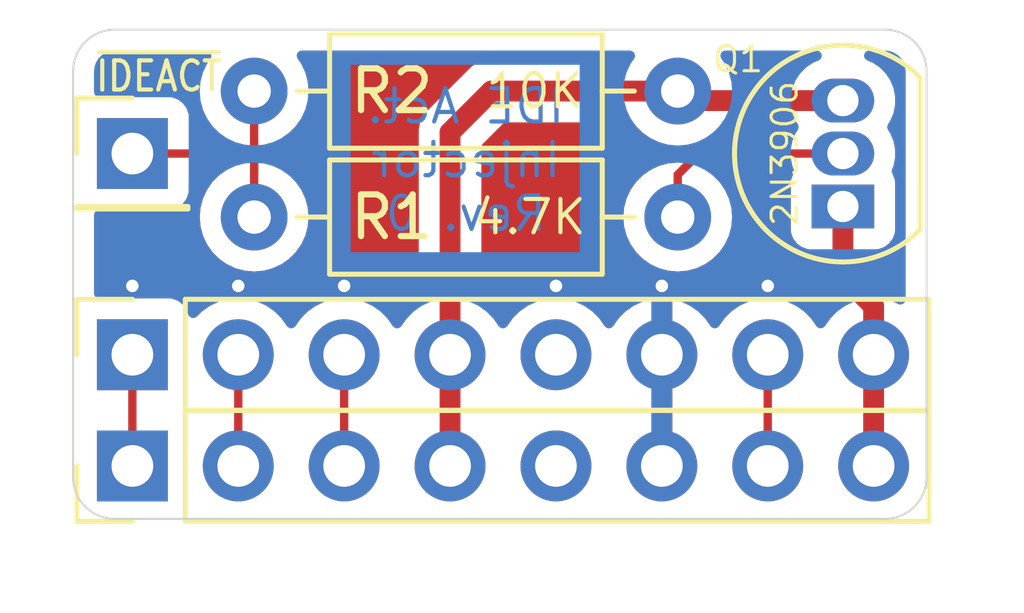
<source format=kicad_pcb>
(kicad_pcb (version 20240108) (generator "pcbnew") (generator_version "8.0")
  (layers (0 "F.Cu" signal) (31 "B.Cu" signal) (34 "B.Paste" user) (35 "F.Paste" user) (36 "B.SilkS" user "B.Silkscreen") (37 "F.SilkS" user "F.Silkscreen") (38 "B.Mask" user) (39 "F.Mask" user) (44 "Edge.Cuts" user))
  (net 0 "")
  (net 1 "VCC")
  (net 2 "Net-(J1-Pin_2)")
  (net 3 "GND")
  (net 4 "Net-(J1-Pin_3)")
  (net 5 "Net-(J1-Pin_7)")
  (net 6 "Net-(J1-Pin_1)")
  (net 8 "/INUSE")
  (net 10 "Net-(J3-Pin_1)")
  (net 11 "Net-(Q1-B)")
  (footprint "Resistor_THT:R_Axial_DIN0207_L6.3mm_D2.5mm_P10.16mm_Horizontal" (layer "F.Cu") (at 105.156 25.527)
    (property "Reference" "R1" (at 3.302 0 0) (layer "F.SilkS"))
    (property "Value" "4.7K" (at 6.604 0 0) (layer "F.SilkS") (effects (font (size 0.8 0.8) (thickness 0.1))))
    (fp_line (start 1.04 0) (end 1.81 0) (stroke (width 0.12)) (layer "F.SilkS"))
    (fp_line (start 1.81 -1.37) (end 1.81 1.37) (stroke (width 0.12)) (layer "F.SilkS"))
    (fp_line (start 1.81 1.37) (end 8.35 1.37) (stroke (width 0.12)) (layer "F.SilkS"))
    (fp_line (start 8.35 -1.37) (end 1.81 -1.37) (stroke (width 0.12)) (layer "F.SilkS"))
    (fp_line (start 8.35 1.37) (end 8.35 -1.37) (stroke (width 0.12)) (layer "F.SilkS"))
    (fp_line (start 9.12 0) (end 8.35 0) (stroke (width 0.12)) (layer "F.SilkS"))
    (pad "1" thru_hole circle (at 0 0) (size 1.6 1.6) (drill 0.8) (layers "*.Cu" "*.Mask") (net 10 "Net-(J3-Pin_1)"))
    (pad "2" thru_hole oval (at 10.16 0) (size 1.6 1.6) (drill 0.8) (layers "*.Cu" "*.Mask") (net 11 "Net-(Q1-B)"))
  )
  (footprint "Connector_PinHeader_2.54mm:PinHeader_1x01_P2.54mm_Vertical" (layer "F.Cu") (at 102.235 24.003)
    (property "Reference" "J3" (hide yes))
    (property "Value" "~{IDE_ACTIVITY}" (hide yes))
    (fp_line (start -1.33 -1.33) (end 0 -1.33) (stroke (width 0.12)) (layer "F.SilkS"))
    (fp_line (start -1.33 0) (end -1.33 -1.33) (stroke (width 0.12)) (layer "F.SilkS"))
    (fp_line (start -1.33 1.27) (end -1.33 1.33) (stroke (width 0.12)) (layer "F.SilkS"))
    (fp_line (start -1.33 1.27) (end 1.33 1.27) (stroke (width 0.12)) (layer "F.SilkS"))
    (fp_line (start -1.33 1.33) (end 1.33 1.33) (stroke (width 0.12)) (layer "F.SilkS"))
    (fp_line (start 1.33 1.27) (end 1.33 1.33) (stroke (width 0.12)) (layer "F.SilkS"))
    (pad "1" thru_hole rect (at 0 0) (size 1.7 1.7) (drill 1) (layers "*.Cu" "*.Mask") (net 10 "Net-(J3-Pin_1)"))
  )
  (footprint "Resistor_THT:R_Axial_DIN0207_L6.3mm_D2.5mm_P10.16mm_Horizontal" (layer "F.Cu") (at 115.316 22.5044 180)
    (property "Reference" "R2" (at 6.858 0 0) (layer "F.SilkS"))
    (property "Value" "10K" (at 3.429 0 0) (layer "F.SilkS") (effects (font (size 0.8 0.8) (thickness 0.1))))
    (fp_line (start 9.12 0) (end 8.35 0) (stroke (width 0.12)) (layer "F.SilkS"))
    (fp_line (start 8.35 1.37) (end 8.35 -1.37) (stroke (width 0.12)) (layer "F.SilkS"))
    (fp_line (start 8.35 -1.37) (end 1.81 -1.37) (stroke (width 0.12)) (layer "F.SilkS"))
    (fp_line (start 1.81 1.37) (end 8.35 1.37) (stroke (width 0.12)) (layer "F.SilkS"))
    (fp_line (start 1.81 -1.37) (end 1.81 1.37) (stroke (width 0.12)) (layer "F.SilkS"))
    (fp_line (start 1.04 0) (end 1.81 0) (stroke (width 0.12)) (layer "F.SilkS"))
    (pad "1" thru_hole circle (at 0 0 180) (size 1.6 1.6) (drill 0.8) (layers "*.Cu" "*.Mask") (net 1 "VCC"))
    (pad "2" thru_hole oval (at 10.16 0 180) (size 1.6 1.6) (drill 0.8) (layers "*.Cu" "*.Mask") (net 10 "Net-(J3-Pin_1)"))
  )
  (footprint "Package_TO_SOT_THT:TO-92_Inline" (layer "F.Cu") (at 119.2784 25.273 90)
    (property "Reference" "Q1" (at 3.5306 -2.5146 180) (layer "F.SilkS") (effects (font (size 0.6 0.6) (thickness 0.075))))
    (property "Value" "2N3906" (at 1.27 -1.397 90) (layer "F.SilkS") (effects (font (size 0.6 0.6) (thickness 0.075))))
    (fp_line (start -0.53 1.85) (end 3.07 1.85) (stroke (width 0.12)) (layer "F.SilkS"))
    (fp_arc (start 1.27 -2.6) (mid 3.672087 -0.994977) (end 3.108478 1.838478) (stroke (width 0.12)) (layer "F.SilkS"))
    (fp_arc (start -0.568478 1.838478) (mid -1.132087 -0.994977) (end 1.27 -2.6) (stroke (width 0.12)) (layer "F.SilkS"))
    (pad "1" thru_hole rect (at 0 0 90) (size 1.05 1.5) (drill 0.75) (layers "*.Cu" "*.Mask") (net 8 "/INUSE"))
    (pad "2" thru_hole oval (at 1.27 0 90) (size 1.05 1.5) (drill 0.75) (layers "*.Cu" "*.Mask") (net 11 "Net-(Q1-B)"))
    (pad "3" thru_hole oval (at 2.54 0 90) (size 1.05 1.5) (drill 0.75) (layers "*.Cu" "*.Mask") (net 1 "VCC"))
  )
  (footprint "Connector_PinSocket_2.54mm:PinSocket_1x08_P2.54mm_Vertical" (layer "F.Cu") (at 102.235 28.829 90)
    (property "Reference" "J1" (hide yes))
    (property "Value" "Motherboard")
    (fp_line (start 1.33 -1.33) (end 1.33 0) (stroke (width 0.12)) (layer "F.SilkS"))
    (fp_line (start 0 -1.33) (end 1.33 -1.33) (stroke (width 0.12)) (layer "F.SilkS"))
    (fp_line (start 1.33 1.27) (end 1.33 19.11) (stroke (width 0.12)) (layer "F.SilkS"))
    (fp_line (start -1.33 1.27) (end 1.33 1.27) (stroke (width 0.12)) (layer "F.SilkS"))
    (fp_line (start -1.33 1.27) (end -1.33 19.11) (stroke (width 0.12)) (layer "F.SilkS"))
    (fp_line (start -1.33 19.11) (end 1.33 19.11) (stroke (width 0.12)) (layer "F.SilkS"))
    (pad "1" thru_hole rect (at 0 0 90) (size 1.7 1.7) (drill 1) (layers "*.Cu" "*.Mask") (net 6 "Net-(J1-Pin_1)"))
    (pad "2" thru_hole oval (at 0 2.54 90) (size 1.7 1.7) (drill 1) (layers "*.Cu" "*.Mask") (net 2 "Net-(J1-Pin_2)"))
    (pad "3" thru_hole oval (at 0 5.08 90) (size 1.7 1.7) (drill 1) (layers "*.Cu" "*.Mask") (net 4 "Net-(J1-Pin_3)"))
    (pad "4" thru_hole oval (at 0 7.62 90) (size 1.7 1.7) (drill 1) (layers "*.Cu" "*.Mask") (net 1 "VCC"))
    (pad "5" thru_hole oval (at 0 10.16 90) (size 1.7 1.7) (drill 1) (layers "*.Cu" "*.Mask"))
    (pad "6" thru_hole oval (at 0 12.7 90) (size 1.7 1.7) (drill 1) (layers "*.Cu" "*.Mask") (net 3 "GND"))
    (pad "7" thru_hole oval (at 0 15.24 90) (size 1.7 1.7) (drill 1) (layers "*.Cu" "*.Mask") (net 5 "Net-(J1-Pin_7)"))
    (pad "8" thru_hole oval (at 0 17.78 90) (size 1.7 1.7) (drill 1) (layers "*.Cu" "*.Mask") (net 8 "/INUSE"))
  )
  (footprint "Connector_PinHeader_2.54mm:PinHeader_1x08_P2.54mm_Vertical" (layer "F.Cu") (at 102.235 31.496 90)
    (property "Reference" "J2" (hide yes))
    (property "Value" "Keyboard")
    (fp_line (start -1.33 -1.33) (end 0 -1.33) (stroke (width 0.12)) (layer "F.SilkS"))
    (fp_line (start -1.33 0) (end -1.33 -1.33) (stroke (width 0.12)) (layer "F.SilkS"))
    (fp_line (start 1.33 1.27) (end 1.33 19.11) (stroke (width 0.12)) (layer "F.SilkS"))
    (fp_line (start -1.33 1.27) (end 1.33 1.27) (stroke (width 0.12)) (layer "F.SilkS"))
    (fp_line (start -1.33 1.27) (end -1.33 19.11) (stroke (width 0.12)) (layer "F.SilkS"))
    (fp_line (start -1.33 19.11) (end 1.33 19.11) (stroke (width 0.12)) (layer "F.SilkS"))
    (pad "1" thru_hole rect (at 0 0 90) (size 1.7 1.7) (drill 1) (layers "*.Cu" "*.Mask") (net 6 "Net-(J1-Pin_1)"))
    (pad "2" thru_hole oval (at 0 2.54 90) (size 1.7 1.7) (drill 1) (layers "*.Cu" "*.Mask") (net 2 "Net-(J1-Pin_2)"))
    (pad "3" thru_hole oval (at 0 5.08 90) (size 1.7 1.7) (drill 1) (layers "*.Cu" "*.Mask") (net 4 "Net-(J1-Pin_3)"))
    (pad "4" thru_hole oval (at 0 7.62 90) (size 1.7 1.7) (drill 1) (layers "*.Cu" "*.Mask") (net 1 "VCC"))
    (pad "5" thru_hole oval (at 0 10.16 90) (size 1.7 1.7) (drill 1) (layers "*.Cu" "*.Mask"))
    (pad "6" thru_hole oval (at 0 12.7 90) (size 1.7 1.7) (drill 1) (layers "*.Cu" "*.Mask") (net 3 "GND"))
    (pad "7" thru_hole oval (at 0 15.24 90) (size 1.7 1.7) (drill 1) (layers "*.Cu" "*.Mask") (net 5 "Net-(J1-Pin_7)"))
    (pad "8" thru_hole oval (at 0 17.78 90) (size 1.7 1.7) (drill 1) (layers "*.Cu" "*.Mask") (net 8 "/INUSE"))
  )
  (gr_arc (start 120.285 21.0312) (mid 120.992107 21.324093) (end 121.285 22.0312) (stroke (width 0.05)) (layer "Edge.Cuts"))
  (gr_line (start 100.8142 31.766) (end 100.8142 22.0312) (stroke (width 0.05)) (layer "Edge.Cuts"))
  (gr_arc (start 100.8142 22.0312) (mid 101.107093 21.324093) (end 101.8142 21.0312) (stroke (width 0.05)) (layer "Edge.Cuts"))
  (gr_line (start 121.285 22.0312) (end 121.285 31.766) (stroke (width 0.05)) (layer "Edge.Cuts"))
  (gr_line (start 101.8142 21.0312) (end 120.285 21.0312) (stroke (width 0.05)) (layer "Edge.Cuts"))
  (gr_arc (start 101.8142 32.766) (mid 101.107093 32.473107) (end 100.8142 31.766) (stroke (width 0.05)) (layer "Edge.Cuts"))
  (gr_line (start 120.285 32.766) (end 101.8142 32.766) (stroke (width 0.05)) (layer "Edge.Cuts"))
  (gr_arc (start 121.285 31.766) (mid 120.992107 32.473107) (end 120.285 32.766) (stroke (width 0.05)) (layer "Edge.Cuts"))
  (gr_text "IDE Act.\nInjector\nRev. 0" (at 110.236 24.157 0) (layer "B.Cu") (effects (font (size 0.8 0.8) (thickness 0.1)) (justify mirror)))
  (gr_text "~{IDEACT}" (at 102.87 22.1488 0) (layer "F.SilkS") (effects (font (size 0.7 0.6) (thickness 0.1))))
  (segment (start 119.2784 22.733) (end 115.5446 22.733) (width 0.5) (layer "F.Cu") (net 1))
  (segment (start 119.253 22.479) (end 119.507 22.733) (width 0.5) (layer "F.Cu") (net 1))
  (segment (start 115.316 22.5044) (end 110.8456 22.5044) (width 0.5) (layer "F.Cu") (net 1))
  (segment (start 109.855 28.829) (end 109.855 31.496) (width 0.5) (layer "F.Cu") (net 1))
  (segment (start 119.0244 22.479) (end 119.2784 22.733) (width 0.5) (layer "F.Cu") (net 1))
  (segment (start 110.8456 22.5044) (end 109.855 23.495) (width 0.5) (layer "F.Cu") (net 1))
  (segment (start 109.855 28.829) (end 109.855 23.495) (width 0.5) (layer "F.Cu") (net 1))
  (segment (start 115.5446 22.733) (end 115.316 22.5044) (width 0.5) (layer "F.Cu") (net 1))
  (segment (start 104.775 28.829) (end 104.775 31.496) (width 0.2) (layer "F.Cu") (net 2))
  (segment (start 114.935 28.829) (end 114.935 31.496) (width 0.5) (layer "F.Cu") (net 3))
  (via (at 112.395 27.178) (size 0.6) (drill 0.3) (layers "F.Cu" "B.Cu") (net 3))
  (via (at 117.475 27.178) (size 0.6) (drill 0.3) (layers "F.Cu" "B.Cu") (net 3))
  (via (at 102.235 27.178) (size 0.6) (drill 0.3) (layers "F.Cu" "B.Cu") (net 3))
  (via (at 107.315 27.178) (size 0.6) (drill 0.3) (layers "F.Cu" "B.Cu") (net 3))
  (via (at 104.775 27.178) (size 0.6) (drill 0.3) (layers "F.Cu" "B.Cu") (net 3))
  (via (at 114.935 27.178) (size 0.6) (drill 0.3) (layers "F.Cu" "B.Cu") (net 3))
  (segment (start 114.935 28.829) (end 114.935 27.178) (width 0.5) (layer "B.Cu") (net 3))
  (segment (start 117.475 27.178) (end 102.235 27.178) (width 0.5) (layer "B.Cu") (net 3))
  (segment (start 107.315 28.829) (end 107.315 31.496) (width 0.2) (layer "F.Cu") (net 4))
  (segment (start 117.475 28.829) (end 117.475 31.496) (width 0.2) (layer "F.Cu") (net 5))
  (segment (start 102.235 28.829) (end 102.235 31.496) (width 0.2) (layer "F.Cu") (net 6))
  (segment (start 119.2784 26.924) (end 119.2784 25.273) (width 0.5) (layer "F.Cu") (net 8))
  (segment (start 120.015 27.6606) (end 119.2784 26.924) (width 0.5) (layer "F.Cu") (net 8))
  (segment (start 120.015 28.829) (end 120.015 27.6606) (width 0.5) (layer "F.Cu") (net 8))
  (segment (start 120.015 31.496) (end 120.015 28.829) (width 0.5) (layer "F.Cu") (net 8))
  (segment (start 105.156 22.5044) (end 105.156 24.4856) (width 0.2) (layer "F.Cu") (net 10))
  (segment (start 105.156 24.4856) (end 105.156 25.527) (width 0.2) (layer "F.Cu") (net 10))
  (segment (start 105.156 24.13) (end 105.156 24.4856) (width 0.2) (layer "F.Cu") (net 10))
  (segment (start 102.235 24.003) (end 105.029 24.003) (width 0.2) (layer "F.Cu") (net 10))
  (segment (start 105.029 24.003) (end 105.156 24.13) (width 0.2) (layer "F.Cu") (net 10))
  (segment (start 115.316 24.511) (end 115.316 25.527) (width 0.2) (layer "F.Cu") (net 11))
  (segment (start 115.824 24.003) (end 115.316 24.511) (width 0.2) (layer "F.Cu") (net 11))
  (segment (start 115.824 24.003) (end 119.2784 24.003) (width 0.2) (layer "F.Cu") (net 11))
  (zone (net 3) (net_name "GND") (layers "F&B.Cu") (connect_pads (clearance 0.5)) (min_thickness 0.25) (fill yes (thermal_gap 0.5) (thermal_bridge_width 0.5))
    (polygon (pts (xy 99.06 20.32) (xy 123.063 20.32) (xy 123.063 33.782) (xy 99.06 33.782)))
  )
)
</source>
